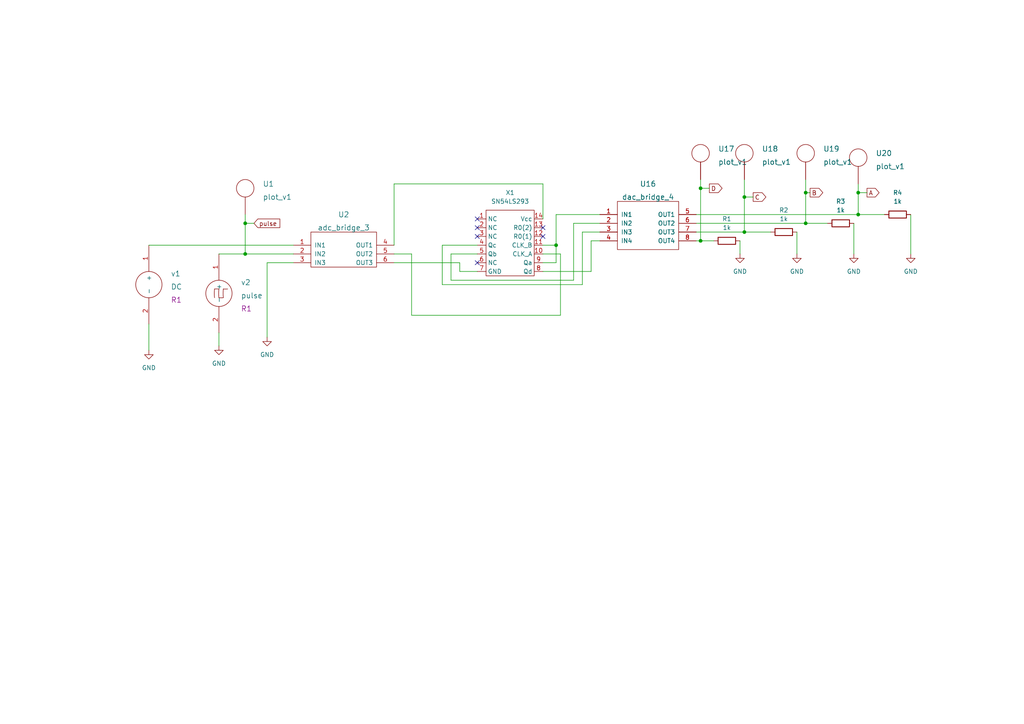
<source format=kicad_sch>
(kicad_sch (version 20211123) (generator eeschema)

  (uuid 33483696-392b-43ed-ae6d-4052ec88d380)

  (paper "A4")

  (lib_symbols
    (symbol "eSim_Devices:resistor" (pin_numbers hide) (pin_names (offset 0)) (in_bom yes) (on_board yes)
      (property "Reference" "R" (id 0) (at 1.27 3.302 0)
        (effects (font (size 1.27 1.27)))
      )
      (property "Value" "resistor" (id 1) (at 1.27 -1.27 0)
        (effects (font (size 1.27 1.27)))
      )
      (property "Footprint" "" (id 2) (at 1.27 -0.508 0)
        (effects (font (size 0.762 0.762)))
      )
      (property "Datasheet" "" (id 3) (at 1.27 1.27 90)
        (effects (font (size 0.762 0.762)))
      )
      (property "ki_fp_filters" "R_* Resistor_*" (id 4) (at 0 0 0)
        (effects (font (size 1.27 1.27)) hide)
      )
      (symbol "resistor_0_1"
        (rectangle (start 3.81 0.254) (end -1.27 2.286)
          (stroke (width 0.254) (type default) (color 0 0 0 0))
          (fill (type none))
        )
      )
      (symbol "resistor_1_1"
        (pin passive line (at -2.54 1.27 0) (length 1.27)
          (name "~" (effects (font (size 1.524 1.524))))
          (number "1" (effects (font (size 1.524 1.524))))
        )
        (pin passive line (at 5.08 1.27 180) (length 1.27)
          (name "~" (effects (font (size 1.524 1.524))))
          (number "2" (effects (font (size 1.524 1.524))))
        )
      )
    )
    (symbol "eSim_Hybrid:adc_bridge_3" (pin_names (offset 1.016)) (in_bom yes) (on_board yes)
      (property "Reference" "U" (id 0) (at 0 0 0)
        (effects (font (size 1.524 1.524)))
      )
      (property "Value" "adc_bridge_3" (id 1) (at 0 3.81 0)
        (effects (font (size 1.524 1.524)))
      )
      (property "Footprint" "" (id 2) (at 0 0 0)
        (effects (font (size 1.524 1.524)))
      )
      (property "Datasheet" "" (id 3) (at 0 0 0)
        (effects (font (size 1.524 1.524)))
      )
      (symbol "adc_bridge_3_0_1"
        (rectangle (start -10.16 5.08) (end 8.89 -5.08)
          (stroke (width 0) (type default) (color 0 0 0 0))
          (fill (type none))
        )
      )
      (symbol "adc_bridge_3_1_1"
        (pin input line (at -15.24 1.27 0) (length 5.08)
          (name "IN1" (effects (font (size 1.27 1.27))))
          (number "1" (effects (font (size 1.27 1.27))))
        )
        (pin input line (at -15.24 -1.27 0) (length 5.08)
          (name "IN2" (effects (font (size 1.27 1.27))))
          (number "2" (effects (font (size 1.27 1.27))))
        )
        (pin input line (at -15.24 -3.81 0) (length 5.08)
          (name "IN3" (effects (font (size 1.27 1.27))))
          (number "3" (effects (font (size 1.27 1.27))))
        )
        (pin output line (at 13.97 1.27 180) (length 5.08)
          (name "OUT1" (effects (font (size 1.27 1.27))))
          (number "4" (effects (font (size 1.27 1.27))))
        )
        (pin output line (at 13.97 -1.27 180) (length 5.08)
          (name "OUT2" (effects (font (size 1.27 1.27))))
          (number "5" (effects (font (size 1.27 1.27))))
        )
        (pin output line (at 13.97 -3.81 180) (length 5.08)
          (name "OUT3" (effects (font (size 1.27 1.27))))
          (number "6" (effects (font (size 1.27 1.27))))
        )
      )
    )
    (symbol "eSim_Hybrid:dac_bridge_4" (pin_names (offset 1.016)) (in_bom yes) (on_board yes)
      (property "Reference" "U" (id 0) (at 0 0 0)
        (effects (font (size 1.524 1.524)))
      )
      (property "Value" "dac_bridge_4" (id 1) (at 0 7.62 0)
        (effects (font (size 1.524 1.524)))
      )
      (property "Footprint" "" (id 2) (at 0 0 0)
        (effects (font (size 1.524 1.524)))
      )
      (property "Datasheet" "" (id 3) (at 0 0 0)
        (effects (font (size 1.524 1.524)))
      )
      (symbol "dac_bridge_4_0_1"
        (rectangle (start -8.89 8.89) (end 8.89 -5.08)
          (stroke (width 0) (type default) (color 0 0 0 0))
          (fill (type none))
        )
      )
      (symbol "dac_bridge_4_1_1"
        (pin input line (at -13.97 5.08 0) (length 5.08)
          (name "IN1" (effects (font (size 1.27 1.27))))
          (number "1" (effects (font (size 1.27 1.27))))
        )
        (pin input line (at -13.97 2.54 0) (length 5.08)
          (name "IN2" (effects (font (size 1.27 1.27))))
          (number "2" (effects (font (size 1.27 1.27))))
        )
        (pin input line (at -13.97 0 0) (length 5.08)
          (name "IN3" (effects (font (size 1.27 1.27))))
          (number "3" (effects (font (size 1.27 1.27))))
        )
        (pin input line (at -13.97 -2.54 0) (length 5.08)
          (name "IN4" (effects (font (size 1.27 1.27))))
          (number "4" (effects (font (size 1.27 1.27))))
        )
        (pin output line (at 13.97 5.08 180) (length 5.08)
          (name "OUT1" (effects (font (size 1.27 1.27))))
          (number "5" (effects (font (size 1.27 1.27))))
        )
        (pin output line (at 13.97 2.54 180) (length 5.08)
          (name "OUT2" (effects (font (size 1.27 1.27))))
          (number "6" (effects (font (size 1.27 1.27))))
        )
        (pin output line (at 13.97 0 180) (length 5.08)
          (name "OUT3" (effects (font (size 1.27 1.27))))
          (number "7" (effects (font (size 1.27 1.27))))
        )
        (pin output line (at 13.97 -2.54 180) (length 5.08)
          (name "OUT4" (effects (font (size 1.27 1.27))))
          (number "8" (effects (font (size 1.27 1.27))))
        )
      )
    )
    (symbol "eSim_Plot:plot_v1" (pin_names (offset 1.016)) (in_bom yes) (on_board yes)
      (property "Reference" "U" (id 0) (at 0 12.7 0)
        (effects (font (size 1.524 1.524)))
      )
      (property "Value" "plot_v1" (id 1) (at 5.08 8.89 0)
        (effects (font (size 1.524 1.524)))
      )
      (property "Footprint" "" (id 2) (at 0 0 0)
        (effects (font (size 1.524 1.524)))
      )
      (property "Datasheet" "" (id 3) (at 0 0 0)
        (effects (font (size 1.524 1.524)))
      )
      (symbol "plot_v1_0_1"
        (circle (center 0 12.7) (radius 2.54)
          (stroke (width 0) (type default) (color 0 0 0 0))
          (fill (type none))
        )
      )
      (symbol "plot_v1_1_1"
        (pin input line (at 0 5.08 90) (length 5.08)
          (name "~" (effects (font (size 1.27 1.27))))
          (number "~" (effects (font (size 1.27 1.27))))
        )
      )
    )
    (symbol "eSim_Power:eSim_GND" (power) (pin_names (offset 0)) (in_bom yes) (on_board yes)
      (property "Reference" "#PWR" (id 0) (at 0 -6.35 0)
        (effects (font (size 1.27 1.27)) hide)
      )
      (property "Value" "eSim_GND" (id 1) (at 0 -3.81 0)
        (effects (font (size 1.27 1.27)))
      )
      (property "Footprint" "" (id 2) (at 0 0 0)
        (effects (font (size 1.27 1.27)) hide)
      )
      (property "Datasheet" "" (id 3) (at 0 0 0)
        (effects (font (size 1.27 1.27)) hide)
      )
      (symbol "eSim_GND_0_1"
        (polyline
          (pts
            (xy 0 0)
            (xy 0 -1.27)
            (xy 1.27 -1.27)
            (xy 0 -2.54)
            (xy -1.27 -1.27)
            (xy 0 -1.27)
          )
          (stroke (width 0) (type default) (color 0 0 0 0))
          (fill (type none))
        )
      )
      (symbol "eSim_GND_1_1"
        (pin power_in line (at 0 0 270) (length 0) hide
          (name "GND" (effects (font (size 1.27 1.27))))
          (number "1" (effects (font (size 1.27 1.27))))
        )
      )
    )
    (symbol "eSim_Sources:DC" (pin_names (offset 1.016)) (in_bom yes) (on_board yes)
      (property "Reference" "v" (id 0) (at -5.08 2.54 0)
        (effects (font (size 1.524 1.524)))
      )
      (property "Value" "DC" (id 1) (at -5.08 -1.27 0)
        (effects (font (size 1.524 1.524)))
      )
      (property "Footprint" "R1" (id 2) (at -7.62 0 0)
        (effects (font (size 1.524 1.524)))
      )
      (property "Datasheet" "" (id 3) (at 0 0 0)
        (effects (font (size 1.524 1.524)))
      )
      (property "ki_fp_filters" "1_pin" (id 4) (at 0 0 0)
        (effects (font (size 1.27 1.27)) hide)
      )
      (symbol "DC_0_1"
        (circle (center 0 0) (radius 3.81)
          (stroke (width 0) (type default) (color 0 0 0 0))
          (fill (type none))
        )
      )
      (symbol "DC_1_1"
        (pin power_out line (at 0 11.43 270) (length 7.62)
          (name "+" (effects (font (size 1.27 1.27))))
          (number "1" (effects (font (size 1.27 1.27))))
        )
        (pin power_out line (at 0 -11.43 90) (length 7.62)
          (name "-" (effects (font (size 1.27 1.27))))
          (number "2" (effects (font (size 1.27 1.27))))
        )
      )
    )
    (symbol "eSim_Sources:pulse" (pin_names (offset 1.016)) (in_bom yes) (on_board yes)
      (property "Reference" "v" (id 0) (at -5.08 2.54 0)
        (effects (font (size 1.524 1.524)))
      )
      (property "Value" "pulse" (id 1) (at -5.08 -1.27 0)
        (effects (font (size 1.524 1.524)))
      )
      (property "Footprint" "R1" (id 2) (at -7.62 0 0)
        (effects (font (size 1.524 1.524)))
      )
      (property "Datasheet" "" (id 3) (at 0 0 0)
        (effects (font (size 1.524 1.524)))
      )
      (property "ki_fp_filters" "1_pin" (id 4) (at 0 0 0)
        (effects (font (size 1.27 1.27)) hide)
      )
      (symbol "pulse_0_1"
        (arc (start -1.27 1.27) (mid -1.3491 0) (end -1.27 -1.27)
          (stroke (width 0) (type default) (color 0 0 0 0))
          (fill (type none))
        )
        (arc (start 0 -1.27) (mid 0.635 -1.2876) (end 1.27 -1.27)
          (stroke (width 0) (type default) (color 0 0 0 0))
          (fill (type none))
        )
        (circle (center 0 0) (radius 3.81)
          (stroke (width 0) (type default) (color 0 0 0 0))
          (fill (type none))
        )
        (arc (start 0 1.27) (mid -0.635 1.2859) (end -1.27 1.27)
          (stroke (width 0) (type default) (color 0 0 0 0))
          (fill (type none))
        )
        (arc (start 0 1.27) (mid -0.0703 0) (end 0 -1.27)
          (stroke (width 0) (type default) (color 0 0 0 0))
          (fill (type none))
        )
        (arc (start 1.27 1.27) (mid 1.2124 0) (end 1.27 -1.27)
          (stroke (width 0) (type default) (color 0 0 0 0))
          (fill (type none))
        )
        (arc (start 1.27 1.27) (mid 1.905 1.2556) (end 2.54 1.27)
          (stroke (width 0) (type default) (color 0 0 0 0))
          (fill (type none))
        )
      )
      (symbol "pulse_1_1"
        (pin passive line (at 0 11.43 270) (length 7.62)
          (name "+" (effects (font (size 1.27 1.27))))
          (number "1" (effects (font (size 1.27 1.27))))
        )
        (pin passive line (at 0 -11.43 90) (length 7.62)
          (name "-" (effects (font (size 1.27 1.27))))
          (number "2" (effects (font (size 1.27 1.27))))
        )
      )
    )
    (symbol "eSim_Subckt:SN54LS293" (in_bom yes) (on_board yes)
      (property "Reference" "X" (id 0) (at 0 -6.35 0)
        (effects (font (size 1.27 1.27)))
      )
      (property "Value" "SN54LS293" (id 1) (at 0 16.51 0)
        (effects (font (size 1.27 1.27)))
      )
      (property "Footprint" "" (id 2) (at 1.27 0 0)
        (effects (font (size 1.27 1.27)) hide)
      )
      (property "Datasheet" "" (id 3) (at 1.27 0 0)
        (effects (font (size 1.27 1.27)) hide)
      )
      (symbol "SN54LS293_0_1"
        (rectangle (start -7.62 13.97) (end 6.35 -5.08)
          (stroke (width 0) (type default) (color 0 0 0 0))
          (fill (type none))
        )
      )
      (symbol "SN54LS293_1_1"
        (pin input line (at -10.16 11.43 0) (length 2.54)
          (name "NC" (effects (font (size 1.27 1.27))))
          (number "1" (effects (font (size 1.27 1.27))))
        )
        (pin input line (at 8.89 1.27 180) (length 2.54)
          (name "CLK_A" (effects (font (size 1.27 1.27))))
          (number "10" (effects (font (size 1.27 1.27))))
        )
        (pin input line (at 8.89 3.81 180) (length 2.54)
          (name "CLK_B" (effects (font (size 1.27 1.27))))
          (number "11" (effects (font (size 1.27 1.27))))
        )
        (pin input line (at 8.89 6.35 180) (length 2.54)
          (name "R0(1)" (effects (font (size 1.27 1.27))))
          (number "12" (effects (font (size 1.27 1.27))))
        )
        (pin input line (at 8.89 8.89 180) (length 2.54)
          (name "R0(2)" (effects (font (size 1.27 1.27))))
          (number "13" (effects (font (size 1.27 1.27))))
        )
        (pin input line (at 8.89 11.43 180) (length 2.54)
          (name "Vcc" (effects (font (size 1.27 1.27))))
          (number "14" (effects (font (size 1.27 1.27))))
        )
        (pin input line (at -10.16 8.89 0) (length 2.54)
          (name "NC" (effects (font (size 1.27 1.27))))
          (number "2" (effects (font (size 1.27 1.27))))
        )
        (pin input line (at -10.16 6.35 0) (length 2.54)
          (name "NC" (effects (font (size 1.27 1.27))))
          (number "3" (effects (font (size 1.27 1.27))))
        )
        (pin output line (at -10.16 3.81 0) (length 2.54)
          (name "Qc" (effects (font (size 1.27 1.27))))
          (number "4" (effects (font (size 1.27 1.27))))
        )
        (pin output line (at -10.16 1.27 0) (length 2.54)
          (name "Qb" (effects (font (size 1.27 1.27))))
          (number "5" (effects (font (size 1.27 1.27))))
        )
        (pin input line (at -10.16 -1.27 0) (length 2.54)
          (name "NC" (effects (font (size 1.27 1.27))))
          (number "6" (effects (font (size 1.27 1.27))))
        )
        (pin input line (at -10.16 -3.81 0) (length 2.54)
          (name "GND" (effects (font (size 1.27 1.27))))
          (number "7" (effects (font (size 1.27 1.27))))
        )
        (pin output line (at 8.89 -3.81 180) (length 2.54)
          (name "Qd" (effects (font (size 1.27 1.27))))
          (number "8" (effects (font (size 1.27 1.27))))
        )
        (pin output line (at 8.89 -1.27 180) (length 2.54)
          (name "Qa" (effects (font (size 1.27 1.27))))
          (number "9" (effects (font (size 1.27 1.27))))
        )
      )
    )
  )

  (junction (at 203.2 69.85) (diameter 0) (color 0 0 0 0)
    (uuid 23f08f77-03c2-417b-9b70-c750612d1150)
  )
  (junction (at 233.68 55.88) (diameter 0) (color 0 0 0 0)
    (uuid 45045f18-b20b-47d5-a183-ad8e492a8023)
  )
  (junction (at 248.92 62.23) (diameter 0) (color 0 0 0 0)
    (uuid 5a9a17c1-9d7d-4c19-87fd-cf440b30abfd)
  )
  (junction (at 161.29 71.12) (diameter 0) (color 0 0 0 0)
    (uuid 716161d9-81ca-4d28-babc-d53644d8875e)
  )
  (junction (at 71.12 73.66) (diameter 0) (color 0 0 0 0)
    (uuid 7ae2eb16-ad4b-49ce-9560-b4962929af5e)
  )
  (junction (at 203.2 54.61) (diameter 0) (color 0 0 0 0)
    (uuid 8467539c-ad91-4501-8bc6-522bc16fd97b)
  )
  (junction (at 215.9 67.31) (diameter 0) (color 0 0 0 0)
    (uuid 854ed411-81b1-40ea-a279-bc8d3ef9d11a)
  )
  (junction (at 215.9 57.15) (diameter 0) (color 0 0 0 0)
    (uuid aa393f33-3ae0-4e17-bf9f-ca0af11f184f)
  )
  (junction (at 233.68 64.77) (diameter 0) (color 0 0 0 0)
    (uuid d9071d98-c388-416b-bc53-f4288c6af971)
  )
  (junction (at 71.12 64.77) (diameter 0) (color 0 0 0 0)
    (uuid f71de9dc-d216-47f2-a30e-9aa56c81755e)
  )
  (junction (at 248.92 55.88) (diameter 0) (color 0 0 0 0)
    (uuid ff207da3-4517-4615-90bd-350aa7050044)
  )

  (no_connect (at 138.43 68.58) (uuid 35b72bb4-44dc-44ac-98ba-dc34bafdcb04))
  (no_connect (at 138.43 76.2) (uuid 4b07aec5-4c20-4d3d-bf20-434f052c9184))
  (no_connect (at 157.48 68.58) (uuid 668a1d15-b1e9-499d-a56a-9b5e3ca41c8a))
  (no_connect (at 157.48 66.04) (uuid 72e6d0dc-e416-4d81-a5f0-6e186fd3b6fd))
  (no_connect (at 138.43 66.04) (uuid 77f556e6-8f21-491a-829d-f9a0ba97045b))
  (no_connect (at 138.43 63.5) (uuid ff54a1cb-13ba-4664-bac8-a2fd4fc559eb))

  (wire (pts (xy 203.2 54.61) (xy 205.74 54.61))
    (stroke (width 0) (type default) (color 0 0 0 0))
    (uuid 03cbccbc-1848-4987-9d8e-95c2c2a9127a)
  )
  (wire (pts (xy 128.27 82.55) (xy 128.27 71.12))
    (stroke (width 0) (type default) (color 0 0 0 0))
    (uuid 0522ad18-069e-4b43-9f9b-340331262b85)
  )
  (wire (pts (xy 203.2 52.07) (xy 203.2 54.61))
    (stroke (width 0) (type default) (color 0 0 0 0))
    (uuid 091c8fd0-7b0d-4f8e-a0c7-96b524994a3a)
  )
  (wire (pts (xy 114.3 76.2) (xy 133.35 76.2))
    (stroke (width 0) (type default) (color 0 0 0 0))
    (uuid 0cb9027a-c2ab-43d3-ae77-1589af5f8d5f)
  )
  (wire (pts (xy 215.9 57.15) (xy 218.44 57.15))
    (stroke (width 0) (type default) (color 0 0 0 0))
    (uuid 10345cbd-d7cd-4f29-b059-c66670eed386)
  )
  (wire (pts (xy 133.35 78.74) (xy 138.43 78.74))
    (stroke (width 0) (type default) (color 0 0 0 0))
    (uuid 127809a4-b1ff-4d4c-a7b0-2351823ba19b)
  )
  (wire (pts (xy 201.93 62.23) (xy 248.92 62.23))
    (stroke (width 0) (type default) (color 0 0 0 0))
    (uuid 15a379cb-6d05-498f-b8ca-9b460953156b)
  )
  (wire (pts (xy 215.9 52.07) (xy 215.9 57.15))
    (stroke (width 0) (type default) (color 0 0 0 0))
    (uuid 1884a8e3-1b0e-454d-8caf-64393f18f58f)
  )
  (wire (pts (xy 71.12 73.66) (xy 85.09 73.66))
    (stroke (width 0) (type default) (color 0 0 0 0))
    (uuid 18d2be28-e89b-4fae-8ed7-8190c5452303)
  )
  (wire (pts (xy 233.68 52.07) (xy 233.68 55.88))
    (stroke (width 0) (type default) (color 0 0 0 0))
    (uuid 1de6f97b-d281-44df-b1e6-6f9b75d1381b)
  )
  (wire (pts (xy 168.91 67.31) (xy 168.91 82.55))
    (stroke (width 0) (type default) (color 0 0 0 0))
    (uuid 1e29787e-bfa4-4b71-b861-e9029f3d59f1)
  )
  (wire (pts (xy 157.48 78.74) (xy 171.45 78.74))
    (stroke (width 0) (type default) (color 0 0 0 0))
    (uuid 260dfd91-1939-4d68-abfc-035c2d0951d0)
  )
  (wire (pts (xy 63.5 73.66) (xy 71.12 73.66))
    (stroke (width 0) (type default) (color 0 0 0 0))
    (uuid 27fbef76-6aa4-417a-88f8-ee3ebe901271)
  )
  (wire (pts (xy 233.68 55.88) (xy 234.95 55.88))
    (stroke (width 0) (type default) (color 0 0 0 0))
    (uuid 28e5d5b6-c8b5-4e13-b9d1-2fda0dd0a246)
  )
  (wire (pts (xy 201.93 67.31) (xy 215.9 67.31))
    (stroke (width 0) (type default) (color 0 0 0 0))
    (uuid 2f4f0f42-e602-4ef9-af64-298da801e2d6)
  )
  (wire (pts (xy 214.63 69.85) (xy 214.63 73.66))
    (stroke (width 0) (type default) (color 0 0 0 0))
    (uuid 30e09477-c302-4d4c-80a6-3532f54a410f)
  )
  (wire (pts (xy 233.68 55.88) (xy 233.68 64.77))
    (stroke (width 0) (type default) (color 0 0 0 0))
    (uuid 33b5eb23-1bc7-4fb5-9b78-aff88caeaf76)
  )
  (wire (pts (xy 203.2 54.61) (xy 203.2 69.85))
    (stroke (width 0) (type default) (color 0 0 0 0))
    (uuid 3fee354b-7ea6-4b96-8899-b95db13faaf5)
  )
  (wire (pts (xy 161.29 62.23) (xy 161.29 71.12))
    (stroke (width 0) (type default) (color 0 0 0 0))
    (uuid 4e22dd48-dd5b-4e38-8232-2a04366c328f)
  )
  (wire (pts (xy 77.47 97.79) (xy 77.47 76.2))
    (stroke (width 0) (type default) (color 0 0 0 0))
    (uuid 4ed993b1-ca9f-4bd2-9d8d-eb5d5e604950)
  )
  (wire (pts (xy 215.9 67.31) (xy 223.52 67.31))
    (stroke (width 0) (type default) (color 0 0 0 0))
    (uuid 5606f4b6-0f0b-439d-9816-c7d690944544)
  )
  (wire (pts (xy 128.27 71.12) (xy 138.43 71.12))
    (stroke (width 0) (type default) (color 0 0 0 0))
    (uuid 595c23c2-74dc-4bc3-90ff-706a5de93ee6)
  )
  (wire (pts (xy 157.48 76.2) (xy 161.29 76.2))
    (stroke (width 0) (type default) (color 0 0 0 0))
    (uuid 5ab1d9df-25c3-4423-a7c1-a08fbe8210c5)
  )
  (wire (pts (xy 138.43 73.66) (xy 130.81 73.66))
    (stroke (width 0) (type default) (color 0 0 0 0))
    (uuid 61fb1ca7-c54d-4e5c-9443-f4d6b5e43760)
  )
  (wire (pts (xy 248.92 62.23) (xy 256.54 62.23))
    (stroke (width 0) (type default) (color 0 0 0 0))
    (uuid 6451c5d2-a1a6-442d-9d25-3b62b7500d25)
  )
  (wire (pts (xy 114.3 53.34) (xy 157.48 53.34))
    (stroke (width 0) (type default) (color 0 0 0 0))
    (uuid 69536322-1570-4bbb-a581-ca01fbc4ceac)
  )
  (wire (pts (xy 171.45 69.85) (xy 171.45 78.74))
    (stroke (width 0) (type default) (color 0 0 0 0))
    (uuid 717f3dae-17bc-4b7a-a7cb-997973bebd59)
  )
  (wire (pts (xy 203.2 69.85) (xy 207.01 69.85))
    (stroke (width 0) (type default) (color 0 0 0 0))
    (uuid 740bbc15-5aee-4e96-a641-9ce9c2d13388)
  )
  (wire (pts (xy 43.18 71.12) (xy 85.09 71.12))
    (stroke (width 0) (type default) (color 0 0 0 0))
    (uuid 765050f1-af6d-4801-a48c-8fbd73e4beb5)
  )
  (wire (pts (xy 171.45 69.85) (xy 173.99 69.85))
    (stroke (width 0) (type default) (color 0 0 0 0))
    (uuid 78dc4bd3-b269-43a4-82e7-920bf85b6036)
  )
  (wire (pts (xy 248.92 53.34) (xy 248.92 55.88))
    (stroke (width 0) (type default) (color 0 0 0 0))
    (uuid 8071539d-9de1-4391-8516-cf43b0a5b02a)
  )
  (wire (pts (xy 161.29 62.23) (xy 173.99 62.23))
    (stroke (width 0) (type default) (color 0 0 0 0))
    (uuid 8362a8e0-c540-4463-b47b-246f7b23f054)
  )
  (wire (pts (xy 133.35 76.2) (xy 133.35 78.74))
    (stroke (width 0) (type default) (color 0 0 0 0))
    (uuid 8c69bbb1-692a-4c36-a546-be40d1eb1d5d)
  )
  (wire (pts (xy 130.81 81.28) (xy 166.37 81.28))
    (stroke (width 0) (type default) (color 0 0 0 0))
    (uuid 8fc9cf4e-9224-439c-81b3-a5880199c886)
  )
  (wire (pts (xy 231.14 67.31) (xy 231.14 73.66))
    (stroke (width 0) (type default) (color 0 0 0 0))
    (uuid 92929c33-0f20-462f-96cd-872084622cc2)
  )
  (wire (pts (xy 63.5 96.52) (xy 63.5 100.33))
    (stroke (width 0) (type default) (color 0 0 0 0))
    (uuid 92acaae8-1c5c-495e-b9f6-de53e3109526)
  )
  (wire (pts (xy 168.91 82.55) (xy 128.27 82.55))
    (stroke (width 0) (type default) (color 0 0 0 0))
    (uuid a5d0362a-3cc3-43a3-a22f-dc193a6502c2)
  )
  (wire (pts (xy 173.99 64.77) (xy 166.37 64.77))
    (stroke (width 0) (type default) (color 0 0 0 0))
    (uuid ae0c6646-8c77-4083-9e53-d07ff518ddc7)
  )
  (wire (pts (xy 201.93 64.77) (xy 233.68 64.77))
    (stroke (width 0) (type default) (color 0 0 0 0))
    (uuid aeeb448c-b1bd-465e-9486-319eadd77947)
  )
  (wire (pts (xy 233.68 64.77) (xy 240.03 64.77))
    (stroke (width 0) (type default) (color 0 0 0 0))
    (uuid afc09fd0-227c-453c-8528-dc3a6469ded3)
  )
  (wire (pts (xy 130.81 73.66) (xy 130.81 81.28))
    (stroke (width 0) (type default) (color 0 0 0 0))
    (uuid b9782b59-a6ea-4642-b3da-5af0bcbd72ff)
  )
  (wire (pts (xy 157.48 71.12) (xy 161.29 71.12))
    (stroke (width 0) (type default) (color 0 0 0 0))
    (uuid bf7dac61-edcb-4c6f-994a-a5df2b13db7b)
  )
  (wire (pts (xy 201.93 69.85) (xy 203.2 69.85))
    (stroke (width 0) (type default) (color 0 0 0 0))
    (uuid c12a145d-cd88-46cb-b0e3-fa27a81b023b)
  )
  (wire (pts (xy 71.12 64.77) (xy 71.12 73.66))
    (stroke (width 0) (type default) (color 0 0 0 0))
    (uuid c7c1905c-dafb-401e-bff1-4698bc2466fc)
  )
  (wire (pts (xy 215.9 57.15) (xy 215.9 67.31))
    (stroke (width 0) (type default) (color 0 0 0 0))
    (uuid c9be6536-0a58-44a9-ab1e-557879f930d8)
  )
  (wire (pts (xy 119.38 73.66) (xy 119.38 91.44))
    (stroke (width 0) (type default) (color 0 0 0 0))
    (uuid ca690616-8cfc-4b84-b142-4d663d5ca04c)
  )
  (wire (pts (xy 166.37 64.77) (xy 166.37 81.28))
    (stroke (width 0) (type default) (color 0 0 0 0))
    (uuid caaa0e3e-b8aa-4aa5-ba71-42a7c639c4e0)
  )
  (wire (pts (xy 157.48 53.34) (xy 157.48 63.5))
    (stroke (width 0) (type default) (color 0 0 0 0))
    (uuid d2bfdd1e-c913-432b-9bf7-3a391df7add9)
  )
  (wire (pts (xy 162.56 91.44) (xy 162.56 73.66))
    (stroke (width 0) (type default) (color 0 0 0 0))
    (uuid d42b7697-b51e-4aa9-8073-f5dc2879f8ff)
  )
  (wire (pts (xy 43.18 93.98) (xy 43.18 101.6))
    (stroke (width 0) (type default) (color 0 0 0 0))
    (uuid dc56e09d-7100-4c42-b7bb-68021641ab58)
  )
  (wire (pts (xy 248.92 55.88) (xy 248.92 62.23))
    (stroke (width 0) (type default) (color 0 0 0 0))
    (uuid dcffebe8-6bd4-435b-a892-b840dfb52c46)
  )
  (wire (pts (xy 71.12 64.77) (xy 73.66 64.77))
    (stroke (width 0) (type default) (color 0 0 0 0))
    (uuid e35edd15-e2b4-4e3c-bdcb-01ed89c63d9a)
  )
  (wire (pts (xy 161.29 76.2) (xy 161.29 71.12))
    (stroke (width 0) (type default) (color 0 0 0 0))
    (uuid e5a2d607-1233-4afd-a007-1ad09ee6f4a3)
  )
  (wire (pts (xy 168.91 67.31) (xy 173.99 67.31))
    (stroke (width 0) (type default) (color 0 0 0 0))
    (uuid e639efca-42e2-44bb-bbdc-d87b908dc097)
  )
  (wire (pts (xy 119.38 91.44) (xy 162.56 91.44))
    (stroke (width 0) (type default) (color 0 0 0 0))
    (uuid ece94b7e-d8fa-4c99-8e89-f11749ff2094)
  )
  (wire (pts (xy 71.12 62.23) (xy 71.12 64.77))
    (stroke (width 0) (type default) (color 0 0 0 0))
    (uuid ed38860a-a86d-49bb-a6a7-082e319db8c5)
  )
  (wire (pts (xy 264.16 62.23) (xy 264.16 73.66))
    (stroke (width 0) (type default) (color 0 0 0 0))
    (uuid ef8df8af-9256-4e57-a882-966543621060)
  )
  (wire (pts (xy 114.3 71.12) (xy 114.3 53.34))
    (stroke (width 0) (type default) (color 0 0 0 0))
    (uuid efb2cd59-da6d-4e76-bf25-724efaf365e7)
  )
  (wire (pts (xy 162.56 73.66) (xy 157.48 73.66))
    (stroke (width 0) (type default) (color 0 0 0 0))
    (uuid f43248d1-aee7-46a0-a331-c5564810e3fd)
  )
  (wire (pts (xy 77.47 76.2) (xy 85.09 76.2))
    (stroke (width 0) (type default) (color 0 0 0 0))
    (uuid f4c72e12-ebee-48ed-abe5-daef57fd9632)
  )
  (wire (pts (xy 247.65 64.77) (xy 247.65 73.66))
    (stroke (width 0) (type default) (color 0 0 0 0))
    (uuid f4e8a164-05a6-462e-9524-173b0072521c)
  )
  (wire (pts (xy 114.3 73.66) (xy 119.38 73.66))
    (stroke (width 0) (type default) (color 0 0 0 0))
    (uuid fca29997-0c9b-4297-bb27-ffeb984267c1)
  )
  (wire (pts (xy 251.46 55.88) (xy 248.92 55.88))
    (stroke (width 0) (type default) (color 0 0 0 0))
    (uuid fef078e8-42ae-4c93-8f6c-9308f9f320bc)
  )

  (global_label "B" (shape output) (at 234.95 55.88 0) (fields_autoplaced)
    (effects (font (size 1.27 1.27)) (justify left))
    (uuid 3b520998-f238-4945-be65-d6a03f53ecf3)
    (property "Intersheet References" "${INTERSHEET_REFS}" (id 0) (at 238.6331 55.8006 0)
      (effects (font (size 1.27 1.27)) (justify left) hide)
    )
  )
  (global_label "D" (shape output) (at 205.74 54.61 0) (fields_autoplaced)
    (effects (font (size 1.27 1.27)) (justify left))
    (uuid 6b912daa-9117-455e-89da-b6205fe28d77)
    (property "Intersheet References" "${INTERSHEET_REFS}" (id 0) (at 209.4231 54.5306 0)
      (effects (font (size 1.27 1.27)) (justify left) hide)
    )
  )
  (global_label "A" (shape output) (at 251.46 55.88 0) (fields_autoplaced)
    (effects (font (size 1.27 1.27)) (justify left))
    (uuid 95f12d49-cdd3-4876-a676-d2bdf5a07d75)
    (property "Intersheet References" "${INTERSHEET_REFS}" (id 0) (at 254.9617 55.8006 0)
      (effects (font (size 1.27 1.27)) (justify left) hide)
    )
  )
  (global_label "C" (shape output) (at 218.44 57.15 0) (fields_autoplaced)
    (effects (font (size 1.27 1.27)) (justify left))
    (uuid 9d37aa4e-d917-4da2-b0db-65bc4c9c2c78)
    (property "Intersheet References" "${INTERSHEET_REFS}" (id 0) (at 222.1231 57.0706 0)
      (effects (font (size 1.27 1.27)) (justify left) hide)
    )
  )
  (global_label "pulse" (shape input) (at 73.66 64.77 0) (fields_autoplaced)
    (effects (font (size 1.27 1.27)) (justify left))
    (uuid e1af93b3-f0ee-4cb0-9ed4-5a1f2e0a0eae)
    (property "Intersheet References" "${INTERSHEET_REFS}" (id 0) (at 81.1531 64.6906 0)
      (effects (font (size 1.27 1.27)) (justify left) hide)
    )
  )

  (symbol (lib_id "eSim_Devices:resistor") (at 242.57 66.04 0) (unit 1)
    (in_bom yes) (on_board yes) (fields_autoplaced)
    (uuid 05eec6ef-93d9-4e49-afcc-dbaddc483aac)
    (property "Reference" "R3" (id 0) (at 243.84 58.42 0))
    (property "Value" "1k" (id 1) (at 243.84 60.96 0))
    (property "Footprint" "" (id 2) (at 243.84 66.548 0)
      (effects (font (size 0.762 0.762)))
    )
    (property "Datasheet" "" (id 3) (at 243.84 64.77 90)
      (effects (font (size 0.762 0.762)))
    )
    (pin "1" (uuid bff89325-426b-405e-916d-4ca90a132827))
    (pin "2" (uuid 431e6268-b57c-4a4a-95c7-619aad3d8519))
  )

  (symbol (lib_id "eSim_Hybrid:adc_bridge_3") (at 100.33 72.39 0) (unit 1)
    (in_bom yes) (on_board yes) (fields_autoplaced)
    (uuid 1de9c099-522d-4270-b5d6-5af68fb6dff5)
    (property "Reference" "U2" (id 0) (at 99.695 62.23 0)
      (effects (font (size 1.524 1.524)))
    )
    (property "Value" "adc_bridge_3" (id 1) (at 99.695 66.04 0)
      (effects (font (size 1.524 1.524)))
    )
    (property "Footprint" "" (id 2) (at 100.33 72.39 0)
      (effects (font (size 1.524 1.524)))
    )
    (property "Datasheet" "" (id 3) (at 100.33 72.39 0)
      (effects (font (size 1.524 1.524)))
    )
    (pin "1" (uuid 4bbab55d-8ef6-4571-9da0-9e511cc60166))
    (pin "2" (uuid 8e79d30c-be50-4003-b730-f177f1f371ea))
    (pin "3" (uuid f40a3944-82d4-4839-a257-ceaf97eb7184))
    (pin "4" (uuid d96cce6f-18d8-40b6-9b02-76dda87cd023))
    (pin "5" (uuid bcfa3f5f-c671-4602-b690-5ecd22231fbb))
    (pin "6" (uuid 0138cede-b5fd-4524-aa32-6694f82b8b63))
  )

  (symbol (lib_id "eSim_Hybrid:dac_bridge_4") (at 187.96 67.31 0) (unit 1)
    (in_bom yes) (on_board yes) (fields_autoplaced)
    (uuid 20ec181c-f314-4be9-a35c-4f5b59186ed2)
    (property "Reference" "U16" (id 0) (at 187.96 53.34 0)
      (effects (font (size 1.524 1.524)))
    )
    (property "Value" "dac_bridge_4" (id 1) (at 187.96 57.15 0)
      (effects (font (size 1.524 1.524)))
    )
    (property "Footprint" "" (id 2) (at 187.96 67.31 0)
      (effects (font (size 1.524 1.524)))
    )
    (property "Datasheet" "" (id 3) (at 187.96 67.31 0)
      (effects (font (size 1.524 1.524)))
    )
    (pin "1" (uuid 4b731728-009f-4f1b-bf19-c1ec3572f55f))
    (pin "2" (uuid 0fd5876b-cd29-4dfb-b04d-fd5d52becaa7))
    (pin "3" (uuid 5ba6deb1-0fbe-4f23-a17b-3a3cf0b743e9))
    (pin "4" (uuid 6a2f6cff-5f08-4409-b6af-0d08895901ce))
    (pin "5" (uuid 33db6308-d47a-40e4-97cf-4134360fa176))
    (pin "6" (uuid 66be4b7c-13bc-49be-a30c-6bb5511074fa))
    (pin "7" (uuid 06aa61ac-8c63-490e-8e93-8e00e45a8fe9))
    (pin "8" (uuid 3b8701ba-99bd-4c34-95ce-8fd07cfc1ce1))
  )

  (symbol (lib_id "eSim_Power:eSim_GND") (at 231.14 73.66 0) (unit 1)
    (in_bom yes) (on_board yes) (fields_autoplaced)
    (uuid 25f0fec3-740a-4f38-9910-4d3cbbfc13fc)
    (property "Reference" "#PWR05" (id 0) (at 231.14 80.01 0)
      (effects (font (size 1.27 1.27)) hide)
    )
    (property "Value" "eSim_GND" (id 1) (at 231.14 78.74 0))
    (property "Footprint" "" (id 2) (at 231.14 73.66 0)
      (effects (font (size 1.27 1.27)) hide)
    )
    (property "Datasheet" "" (id 3) (at 231.14 73.66 0)
      (effects (font (size 1.27 1.27)) hide)
    )
    (pin "1" (uuid cb7340fd-4921-4228-9d7d-9991a467ac11))
  )

  (symbol (lib_id "eSim_Power:eSim_GND") (at 264.16 73.66 0) (unit 1)
    (in_bom yes) (on_board yes) (fields_autoplaced)
    (uuid 43ab9306-af62-4394-9b2e-02c848b3a1c6)
    (property "Reference" "#PWR07" (id 0) (at 264.16 80.01 0)
      (effects (font (size 1.27 1.27)) hide)
    )
    (property "Value" "eSim_GND" (id 1) (at 264.16 78.74 0))
    (property "Footprint" "" (id 2) (at 264.16 73.66 0)
      (effects (font (size 1.27 1.27)) hide)
    )
    (property "Datasheet" "" (id 3) (at 264.16 73.66 0)
      (effects (font (size 1.27 1.27)) hide)
    )
    (pin "1" (uuid dfe578ab-e130-4dae-81e8-51fadf31a312))
  )

  (symbol (lib_id "eSim_Plot:plot_v1") (at 203.2 57.15 0) (unit 1)
    (in_bom yes) (on_board yes) (fields_autoplaced)
    (uuid 4cb9afb6-355a-4eb7-86ae-945cb04d550e)
    (property "Reference" "U17" (id 0) (at 208.28 43.18 0)
      (effects (font (size 1.524 1.524)) (justify left))
    )
    (property "Value" "plot_v1" (id 1) (at 208.28 46.99 0)
      (effects (font (size 1.524 1.524)) (justify left))
    )
    (property "Footprint" "" (id 2) (at 203.2 57.15 0)
      (effects (font (size 1.524 1.524)))
    )
    (property "Datasheet" "" (id 3) (at 203.2 57.15 0)
      (effects (font (size 1.524 1.524)))
    )
    (pin "~" (uuid ba4b8e4e-422e-45d2-8411-03db0c2a75af))
  )

  (symbol (lib_id "eSim_Plot:plot_v1") (at 233.68 57.15 0) (unit 1)
    (in_bom yes) (on_board yes) (fields_autoplaced)
    (uuid 50a4b529-84b1-4f98-b417-ae3b261b4ff8)
    (property "Reference" "U19" (id 0) (at 238.76 43.18 0)
      (effects (font (size 1.524 1.524)) (justify left))
    )
    (property "Value" "plot_v1" (id 1) (at 238.76 46.99 0)
      (effects (font (size 1.524 1.524)) (justify left))
    )
    (property "Footprint" "" (id 2) (at 233.68 57.15 0)
      (effects (font (size 1.524 1.524)))
    )
    (property "Datasheet" "" (id 3) (at 233.68 57.15 0)
      (effects (font (size 1.524 1.524)))
    )
    (pin "~" (uuid 02baecbf-bb1a-414c-bbcb-55a2fee48dec))
  )

  (symbol (lib_id "eSim_Power:eSim_GND") (at 247.65 73.66 0) (unit 1)
    (in_bom yes) (on_board yes) (fields_autoplaced)
    (uuid 62a85b60-9ce9-4aee-9181-61b2d3bf006b)
    (property "Reference" "#PWR06" (id 0) (at 247.65 80.01 0)
      (effects (font (size 1.27 1.27)) hide)
    )
    (property "Value" "eSim_GND" (id 1) (at 247.65 78.74 0))
    (property "Footprint" "" (id 2) (at 247.65 73.66 0)
      (effects (font (size 1.27 1.27)) hide)
    )
    (property "Datasheet" "" (id 3) (at 247.65 73.66 0)
      (effects (font (size 1.27 1.27)) hide)
    )
    (pin "1" (uuid 5bf3a3b2-448a-4987-9ddc-f628c4ee0d28))
  )

  (symbol (lib_id "eSim_Plot:plot_v1") (at 215.9 57.15 0) (unit 1)
    (in_bom yes) (on_board yes) (fields_autoplaced)
    (uuid 669d9121-ef60-4abb-bd21-e156829157ba)
    (property "Reference" "U18" (id 0) (at 220.98 43.18 0)
      (effects (font (size 1.524 1.524)) (justify left))
    )
    (property "Value" "plot_v1" (id 1) (at 220.98 46.99 0)
      (effects (font (size 1.524 1.524)) (justify left))
    )
    (property "Footprint" "" (id 2) (at 215.9 57.15 0)
      (effects (font (size 1.524 1.524)))
    )
    (property "Datasheet" "" (id 3) (at 215.9 57.15 0)
      (effects (font (size 1.524 1.524)))
    )
    (pin "~" (uuid 4ab6c449-dac4-45dd-97c7-c30afdcc1186))
  )

  (symbol (lib_id "eSim_Devices:resistor") (at 209.55 71.12 0) (unit 1)
    (in_bom yes) (on_board yes) (fields_autoplaced)
    (uuid 781dc069-fc29-48d6-97df-785ac13152b0)
    (property "Reference" "R1" (id 0) (at 210.82 63.5 0))
    (property "Value" "1k" (id 1) (at 210.82 66.04 0))
    (property "Footprint" "" (id 2) (at 210.82 71.628 0)
      (effects (font (size 0.762 0.762)))
    )
    (property "Datasheet" "" (id 3) (at 210.82 69.85 90)
      (effects (font (size 0.762 0.762)))
    )
    (pin "1" (uuid 984af3c3-f676-42d6-b71a-383b781988ad))
    (pin "2" (uuid 60e724a2-e145-49d5-9c89-c8ff245a5e31))
  )

  (symbol (lib_id "eSim_Power:eSim_GND") (at 77.47 97.79 0) (unit 1)
    (in_bom yes) (on_board yes) (fields_autoplaced)
    (uuid 7bde9ca5-c4dd-4733-911c-490b77cf087c)
    (property "Reference" "#PWR03" (id 0) (at 77.47 104.14 0)
      (effects (font (size 1.27 1.27)) hide)
    )
    (property "Value" "eSim_GND" (id 1) (at 77.47 102.87 0))
    (property "Footprint" "" (id 2) (at 77.47 97.79 0)
      (effects (font (size 1.27 1.27)) hide)
    )
    (property "Datasheet" "" (id 3) (at 77.47 97.79 0)
      (effects (font (size 1.27 1.27)) hide)
    )
    (pin "1" (uuid 4a58e9bc-5f80-494e-9205-30d1fb24be7d))
  )

  (symbol (lib_id "eSim_Plot:plot_v1") (at 248.92 58.42 0) (unit 1)
    (in_bom yes) (on_board yes) (fields_autoplaced)
    (uuid 85032e45-032f-431c-bb7c-a233c7eee8b8)
    (property "Reference" "U20" (id 0) (at 254 44.45 0)
      (effects (font (size 1.524 1.524)) (justify left))
    )
    (property "Value" "plot_v1" (id 1) (at 254 48.26 0)
      (effects (font (size 1.524 1.524)) (justify left))
    )
    (property "Footprint" "" (id 2) (at 248.92 58.42 0)
      (effects (font (size 1.524 1.524)))
    )
    (property "Datasheet" "" (id 3) (at 248.92 58.42 0)
      (effects (font (size 1.524 1.524)))
    )
    (pin "~" (uuid d80b3c39-e246-4545-afcf-6e5bad3e1828))
  )

  (symbol (lib_id "eSim_Devices:resistor") (at 226.06 68.58 0) (unit 1)
    (in_bom yes) (on_board yes) (fields_autoplaced)
    (uuid 952d4f2e-0a63-4402-8cb9-91febf4989d8)
    (property "Reference" "R2" (id 0) (at 227.33 60.96 0))
    (property "Value" "1k" (id 1) (at 227.33 63.5 0))
    (property "Footprint" "" (id 2) (at 227.33 69.088 0)
      (effects (font (size 0.762 0.762)))
    )
    (property "Datasheet" "" (id 3) (at 227.33 67.31 90)
      (effects (font (size 0.762 0.762)))
    )
    (pin "1" (uuid a714fe03-cc39-4bee-8e7f-d11a6bb3d230))
    (pin "2" (uuid 34411111-545d-4a9d-90e6-aa93adc5414e))
  )

  (symbol (lib_id "eSim_Devices:resistor") (at 259.08 63.5 0) (unit 1)
    (in_bom yes) (on_board yes) (fields_autoplaced)
    (uuid 9b5e2f90-f8a8-4615-8092-080efe8d259b)
    (property "Reference" "R4" (id 0) (at 260.35 55.88 0))
    (property "Value" "1k" (id 1) (at 260.35 58.42 0))
    (property "Footprint" "" (id 2) (at 260.35 64.008 0)
      (effects (font (size 0.762 0.762)))
    )
    (property "Datasheet" "" (id 3) (at 260.35 62.23 90)
      (effects (font (size 0.762 0.762)))
    )
    (pin "1" (uuid eb6dae2d-9945-417c-af71-c13d72f38a10))
    (pin "2" (uuid 78350de5-dc25-42f9-b590-5612937ab548))
  )

  (symbol (lib_id "eSim_Sources:pulse") (at 63.5 85.09 0) (unit 1)
    (in_bom yes) (on_board yes) (fields_autoplaced)
    (uuid c7cc837e-611e-490e-ac05-52f06bc3e7e7)
    (property "Reference" "v2" (id 0) (at 69.85 81.915 0)
      (effects (font (size 1.524 1.524)) (justify left))
    )
    (property "Value" "pulse" (id 1) (at 69.85 85.725 0)
      (effects (font (size 1.524 1.524)) (justify left))
    )
    (property "Footprint" "R1" (id 2) (at 69.85 89.535 0)
      (effects (font (size 1.524 1.524)) (justify left))
    )
    (property "Datasheet" "" (id 3) (at 63.5 85.09 0)
      (effects (font (size 1.524 1.524)))
    )
    (pin "1" (uuid b38fad8a-be16-487e-a96e-c4dce4ad587e))
    (pin "2" (uuid 7da45120-f485-4dc5-884e-ff13983109e9))
  )

  (symbol (lib_id "eSim_Plot:plot_v1") (at 71.12 67.31 0) (unit 1)
    (in_bom yes) (on_board yes) (fields_autoplaced)
    (uuid c94f6a23-0f4d-4728-9087-7778c01ac452)
    (property "Reference" "U1" (id 0) (at 76.2 53.34 0)
      (effects (font (size 1.524 1.524)) (justify left))
    )
    (property "Value" "plot_v1" (id 1) (at 76.2 57.15 0)
      (effects (font (size 1.524 1.524)) (justify left))
    )
    (property "Footprint" "" (id 2) (at 71.12 67.31 0)
      (effects (font (size 1.524 1.524)))
    )
    (property "Datasheet" "" (id 3) (at 71.12 67.31 0)
      (effects (font (size 1.524 1.524)))
    )
    (pin "~" (uuid 50dbee4b-40ed-4cd2-b1e7-acad975a47d4))
  )

  (symbol (lib_id "eSim_Power:eSim_GND") (at 214.63 73.66 0) (unit 1)
    (in_bom yes) (on_board yes) (fields_autoplaced)
    (uuid cbe29d7f-fea4-44d0-b998-ad6b8731be6f)
    (property "Reference" "#PWR04" (id 0) (at 214.63 80.01 0)
      (effects (font (size 1.27 1.27)) hide)
    )
    (property "Value" "eSim_GND" (id 1) (at 214.63 78.74 0))
    (property "Footprint" "" (id 2) (at 214.63 73.66 0)
      (effects (font (size 1.27 1.27)) hide)
    )
    (property "Datasheet" "" (id 3) (at 214.63 73.66 0)
      (effects (font (size 1.27 1.27)) hide)
    )
    (pin "1" (uuid d1ba7252-a543-429e-880a-18d7d8dc4265))
  )

  (symbol (lib_id "eSim_Subckt:SN54LS293") (at 148.59 74.93 0) (unit 1)
    (in_bom yes) (on_board yes) (fields_autoplaced)
    (uuid e50341b6-6f0d-46b2-9b42-6d56deb63be3)
    (property "Reference" "X1" (id 0) (at 147.955 55.88 0))
    (property "Value" "SN54LS293" (id 1) (at 147.955 58.42 0))
    (property "Footprint" "" (id 2) (at 149.86 74.93 0)
      (effects (font (size 1.27 1.27)) hide)
    )
    (property "Datasheet" "" (id 3) (at 149.86 74.93 0)
      (effects (font (size 1.27 1.27)) hide)
    )
    (pin "1" (uuid 39e69ea6-2789-42f2-9d7b-bb044497b144))
    (pin "10" (uuid 422b6b62-731a-4d03-8fed-8d14244f9170))
    (pin "11" (uuid 6ccaf967-536b-436f-ac62-c813e74855b6))
    (pin "12" (uuid 851a9e4f-d680-4533-9743-9d95d63c54c4))
    (pin "13" (uuid 530c7f1d-a7d0-49b4-91ca-65801382d0c7))
    (pin "14" (uuid 360e48a8-d739-465c-8ac4-cd3099ca47d9))
    (pin "2" (uuid f8ca2243-bc0d-49a0-961c-afb5f8274567))
    (pin "3" (uuid 1aaa760f-f018-42db-b4d3-654d4b40d2d8))
    (pin "4" (uuid 5ec59701-2a90-4326-8095-c1d7b7b4fde0))
    (pin "5" (uuid 547e7f04-9932-4c7e-af0b-c727dea23ee6))
    (pin "6" (uuid 6bcdebf6-ac35-4e81-b67c-63560f376f71))
    (pin "7" (uuid 07ae6d4d-b837-466a-9cbf-a3d6d4452357))
    (pin "8" (uuid 7db78e36-81d1-4175-964e-70d2ca800d86))
    (pin "9" (uuid fde8bc84-b716-458b-8894-45fbae6d6a64))
  )

  (symbol (lib_id "eSim_Sources:DC") (at 43.18 82.55 0) (unit 1)
    (in_bom yes) (on_board yes) (fields_autoplaced)
    (uuid eaedb85b-e67b-4e4c-863c-2912059094b7)
    (property "Reference" "v1" (id 0) (at 49.53 79.375 0)
      (effects (font (size 1.524 1.524)) (justify left))
    )
    (property "Value" "DC" (id 1) (at 49.53 83.185 0)
      (effects (font (size 1.524 1.524)) (justify left))
    )
    (property "Footprint" "R1" (id 2) (at 49.53 86.995 0)
      (effects (font (size 1.524 1.524)) (justify left))
    )
    (property "Datasheet" "" (id 3) (at 43.18 82.55 0)
      (effects (font (size 1.524 1.524)))
    )
    (pin "1" (uuid a2c3563c-60d6-41f1-aee7-d804228f1665))
    (pin "2" (uuid 944791d7-ecb5-44a1-bf19-6507bb3e78a1))
  )

  (symbol (lib_id "eSim_Power:eSim_GND") (at 43.18 101.6 0) (unit 1)
    (in_bom yes) (on_board yes) (fields_autoplaced)
    (uuid ee69d8bf-5ee8-4a8f-a37b-4bb6e5f009fe)
    (property "Reference" "#PWR01" (id 0) (at 43.18 107.95 0)
      (effects (font (size 1.27 1.27)) hide)
    )
    (property "Value" "eSim_GND" (id 1) (at 43.18 106.68 0))
    (property "Footprint" "" (id 2) (at 43.18 101.6 0)
      (effects (font (size 1.27 1.27)) hide)
    )
    (property "Datasheet" "" (id 3) (at 43.18 101.6 0)
      (effects (font (size 1.27 1.27)) hide)
    )
    (pin "1" (uuid 36ba617a-0a30-499a-b52e-104256e370c0))
  )

  (symbol (lib_id "eSim_Power:eSim_GND") (at 63.5 100.33 0) (unit 1)
    (in_bom yes) (on_board yes) (fields_autoplaced)
    (uuid fce9789c-fdd0-4716-aac6-8f7d36a964bb)
    (property "Reference" "#PWR02" (id 0) (at 63.5 106.68 0)
      (effects (font (size 1.27 1.27)) hide)
    )
    (property "Value" "eSim_GND" (id 1) (at 63.5 105.41 0))
    (property "Footprint" "" (id 2) (at 63.5 100.33 0)
      (effects (font (size 1.27 1.27)) hide)
    )
    (property "Datasheet" "" (id 3) (at 63.5 100.33 0)
      (effects (font (size 1.27 1.27)) hide)
    )
    (pin "1" (uuid 08cc85fb-ebba-4124-b2b1-7c3888fa8dfc))
  )

  (sheet_instances
    (path "/" (page "1"))
  )

  (symbol_instances
    (path "/ee69d8bf-5ee8-4a8f-a37b-4bb6e5f009fe"
      (reference "#PWR01") (unit 1) (value "eSim_GND") (footprint "")
    )
    (path "/fce9789c-fdd0-4716-aac6-8f7d36a964bb"
      (reference "#PWR02") (unit 1) (value "eSim_GND") (footprint "")
    )
    (path "/7bde9ca5-c4dd-4733-911c-490b77cf087c"
      (reference "#PWR03") (unit 1) (value "eSim_GND") (footprint "")
    )
    (path "/cbe29d7f-fea4-44d0-b998-ad6b8731be6f"
      (reference "#PWR04") (unit 1) (value "eSim_GND") (footprint "")
    )
    (path "/25f0fec3-740a-4f38-9910-4d3cbbfc13fc"
      (reference "#PWR05") (unit 1) (value "eSim_GND") (footprint "")
    )
    (path "/62a85b60-9ce9-4aee-9181-61b2d3bf006b"
      (reference "#PWR06") (unit 1) (value "eSim_GND") (footprint "")
    )
    (path "/43ab9306-af62-4394-9b2e-02c848b3a1c6"
      (reference "#PWR07") (unit 1) (value "eSim_GND") (footprint "")
    )
    (path "/781dc069-fc29-48d6-97df-785ac13152b0"
      (reference "R1") (unit 1) (value "1k") (footprint "")
    )
    (path "/952d4f2e-0a63-4402-8cb9-91febf4989d8"
      (reference "R2") (unit 1) (value "1k") (footprint "")
    )
    (path "/05eec6ef-93d9-4e49-afcc-dbaddc483aac"
      (reference "R3") (unit 1) (value "1k") (footprint "")
    )
    (path "/9b5e2f90-f8a8-4615-8092-080efe8d259b"
      (reference "R4") (unit 1) (value "1k") (footprint "")
    )
    (path "/c94f6a23-0f4d-4728-9087-7778c01ac452"
      (reference "U1") (unit 1) (value "plot_v1") (footprint "")
    )
    (path "/1de9c099-522d-4270-b5d6-5af68fb6dff5"
      (reference "U2") (unit 1) (value "adc_bridge_3") (footprint "")
    )
    (path "/20ec181c-f314-4be9-a35c-4f5b59186ed2"
      (reference "U16") (unit 1) (value "dac_bridge_4") (footprint "")
    )
    (path "/4cb9afb6-355a-4eb7-86ae-945cb04d550e"
      (reference "U17") (unit 1) (value "plot_v1") (footprint "")
    )
    (path "/669d9121-ef60-4abb-bd21-e156829157ba"
      (reference "U18") (unit 1) (value "plot_v1") (footprint "")
    )
    (path "/50a4b529-84b1-4f98-b417-ae3b261b4ff8"
      (reference "U19") (unit 1) (value "plot_v1") (footprint "")
    )
    (path "/85032e45-032f-431c-bb7c-a233c7eee8b8"
      (reference "U20") (unit 1) (value "plot_v1") (footprint "")
    )
    (path "/e50341b6-6f0d-46b2-9b42-6d56deb63be3"
      (reference "X1") (unit 1) (value "SN54LS293") (footprint "")
    )
    (path "/eaedb85b-e67b-4e4c-863c-2912059094b7"
      (reference "v1") (unit 1) (value "DC") (footprint "R1")
    )
    (path "/c7cc837e-611e-490e-ac05-52f06bc3e7e7"
      (reference "v2") (unit 1) (value "pulse") (footprint "R1")
    )
  )
)

</source>
